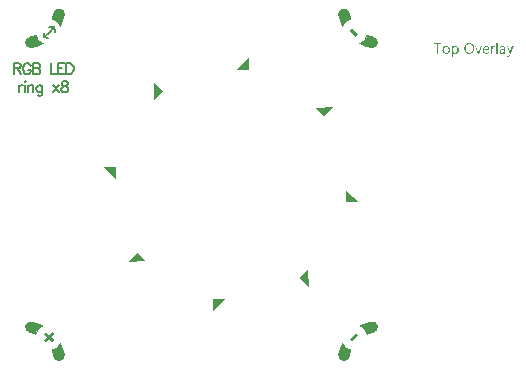
<source format=gto>
G04*
G04 #@! TF.GenerationSoftware,Altium Limited,Altium Designer,22.4.2 (48)*
G04*
G04 Layer_Color=65535*
%FSAX44Y44*%
%MOMM*%
G71*
G04*
G04 #@! TF.SameCoordinates,0DF53AF2-F480-4E1A-B95F-C2B51B741BF4*
G04*
G04*
G04 #@! TF.FilePolarity,Positive*
G04*
G01*
G75*
%ADD10C,0.1000*%
%ADD11C,0.2000*%
%ADD12C,0.1700*%
G36*
X-00158993Y-00119438D02*
X-00160170Y-00119831D01*
X-00162274Y-00121135D01*
X-00163878Y-00123020D01*
X-00164829Y-00125305D01*
X-00165029Y-00126530D01*
X-00165029Y-00126530D01*
X-00165271Y-00126429D01*
X-00165892Y-00126182D01*
X-00167153Y-00125737D01*
X-00168436Y-00125359D01*
X-00169736Y-00125049D01*
X-00170392Y-00124920D01*
X-00171268Y-00124734D01*
X-00172743Y-00123720D01*
X-00173718Y-00122218D01*
X-00174045Y-00120458D01*
X-00173672Y-00118707D01*
X-00172658Y-00117232D01*
X-00171157Y-00116257D01*
X-00169397Y-00115930D01*
X-00168521Y-00116116D01*
X-00168521Y-00116116D01*
X-00168740Y-00116073D01*
X-00167467Y-00116308D01*
X-00164963Y-00116967D01*
X-00162516Y-00117812D01*
X-00160139Y-00118838D01*
X-00158993Y-00119438D01*
X-00158993Y-00119438D01*
X-00158993Y-00119438D02*
G37*
G36*
X-00144438Y-00133993D02*
X-00144831Y-00135170D01*
X-00146135Y-00137274D01*
X-00148020Y-00138878D01*
X-00150305Y-00139829D01*
X-00151530Y-00140029D01*
X-00151530Y-00140029D01*
X-00151429Y-00140271D01*
X-00151182Y-00140892D01*
X-00150737Y-00142153D01*
X-00150359Y-00143436D01*
X-00150049Y-00144736D01*
X-00149920Y-00145393D01*
X-00149734Y-00146268D01*
X-00148720Y-00147743D01*
X-00147218Y-00148718D01*
X-00145458Y-00149045D01*
X-00143707Y-00148672D01*
X-00142232Y-00147658D01*
X-00141257Y-00146157D01*
X-00140930Y-00144397D01*
X-00141116Y-00143521D01*
X-00141116Y-00143521D01*
X-00141073Y-00143740D01*
X-00141307Y-00142467D01*
X-00141967Y-00139964D01*
X-00142812Y-00137516D01*
X-00143838Y-00135139D01*
X-00144438Y-00133993D01*
X-00144438Y-00133993D01*
X-00144438Y-00133993D02*
G37*
G36*
X-00079050Y-00057837D02*
X-00086828Y-00065615D01*
X-00071979Y-00064908D01*
X-00079050Y-00057837D01*
X-00079050Y-00057837D02*
G37*
G36*
X-00015000Y-00097000D02*
X-00015000Y-00108000D01*
X-00005000Y-00097000D01*
X-00015000Y-00097000D01*
X-00015000Y-00097000D02*
G37*
G36*
X-00097000Y00015000D02*
X-00108000Y00015000D01*
X-00097000Y00005000D01*
X-00097000Y00015000D01*
X-00097000Y00015000D02*
G37*
G36*
X-00057837Y00079050D02*
X-00065615Y00086828D01*
X-00064908Y00071979D01*
X-00057837Y00079050D01*
X-00057837Y00079050D02*
G37*
G36*
X-00158993Y00119440D02*
X-00160170Y00119833D01*
X-00162274Y00121137D01*
X-00163878Y00123022D01*
X-00164829Y00125307D01*
X-00165029Y00126532D01*
X-00165029Y00126532D01*
X-00165271Y00126431D01*
X-00165892Y00126184D01*
X-00167153Y00125739D01*
X-00168436Y00125361D01*
X-00169736Y00125051D01*
X-00170392Y00124921D01*
X-00170392Y00124921D01*
X-00171268Y00124735D01*
X-00172743Y00123721D01*
X-00173718Y00122220D01*
X-00174045Y00120460D01*
X-00173672Y00118709D01*
X-00172658Y00117233D01*
X-00171157Y00116258D01*
X-00169397Y00115932D01*
X-00168521Y00116118D01*
X-00168521Y00116118D01*
X-00168740Y00116074D01*
X-00167467Y00116309D01*
X-00164963Y00116968D01*
X-00162516Y00117813D01*
X-00160139Y00118839D01*
X-00158993Y00119440D01*
X-00158993Y00119440D01*
X-00158993Y00119440D02*
G37*
G36*
X-00144438Y00133990D02*
X-00144831Y00135168D01*
X-00146135Y00137271D01*
X-00148020Y00138875D01*
X-00150305Y00139827D01*
X-00151530Y00140026D01*
X-00151530Y00140027D01*
X-00151429Y00140268D01*
X-00151182Y00140889D01*
X-00150737Y00142150D01*
X-00150359Y00143433D01*
X-00150049Y00144734D01*
X-00149920Y00145390D01*
X-00149920Y00145390D01*
X-00149734Y00146265D01*
X-00148720Y00147741D01*
X-00147218Y00148716D01*
X-00145458Y00149042D01*
X-00143707Y00148670D01*
X-00142232Y00147656D01*
X-00141257Y00146154D01*
X-00140930Y00144394D01*
X-00141116Y00143519D01*
X-00141116Y00143519D01*
X-00141073Y00143737D01*
X-00141308Y00142465D01*
X-00141967Y00139961D01*
X-00142812Y00137514D01*
X-00143838Y00135137D01*
X-00144438Y00133990D01*
X-00144438Y00133990D01*
X-00144438Y00133990D02*
G37*
G36*
X00094440Y-00133993D02*
X00094833Y-00135170D01*
X00096137Y-00137274D01*
X00098022Y-00138878D01*
X00100307Y-00139829D01*
X00101532Y-00140029D01*
X00101532Y-00140029D01*
X00101431Y-00140271D01*
X00101184Y-00140892D01*
X00100739Y-00142153D01*
X00100361Y-00143436D01*
X00100051Y-00144736D01*
X00099921Y-00145392D01*
X00099735Y-00146268D01*
X00098721Y-00147743D01*
X00097220Y-00148718D01*
X00095460Y-00149045D01*
X00093709Y-00148672D01*
X00092233Y-00147658D01*
X00091258Y-00146157D01*
X00090932Y-00144397D01*
X00091118Y-00143521D01*
X00091118Y-00143521D01*
X00091074Y-00143740D01*
X00091309Y-00142467D01*
X00091968Y-00139963D01*
X00092813Y-00137516D01*
X00093839Y-00135139D01*
X00094440Y-00133993D01*
X00094440Y-00133993D01*
X00094440Y-00133993D02*
G37*
G36*
X00108990Y-00119438D02*
X00110168Y-00119831D01*
X00112272Y-00121135D01*
X00113876Y-00123020D01*
X00114828Y-00125305D01*
X00115028Y-00126530D01*
X00115028Y-00126530D01*
X00115268Y-00126429D01*
X00115889Y-00126182D01*
X00117150Y-00125737D01*
X00118433Y-00125359D01*
X00119734Y-00125049D01*
X00120390Y-00124920D01*
X00121265Y-00124733D01*
X00122741Y-00123719D01*
X00123715Y-00122218D01*
X00124042Y-00120457D01*
X00123669Y-00118706D01*
X00122655Y-00117231D01*
X00121153Y-00116256D01*
X00119393Y-00115930D01*
X00118517Y-00116116D01*
X00117273Y-00116354D01*
X00114827Y-00117010D01*
X00112436Y-00117844D01*
X00110112Y-00118851D01*
X00108990Y-00119438D01*
X00108990Y-00119438D01*
X00108990Y-00119438D02*
G37*
G36*
X00057837Y-00079050D02*
X00065615Y-00086828D01*
X00064908Y-00071979D01*
X00057837Y-00079050D01*
X00057837Y-00079050D02*
G37*
G36*
X00097000Y-00015000D02*
X00108000Y-00015000D01*
X00097000Y-00005000D01*
X00097000Y-00015000D01*
X00097000Y-00015000D02*
G37*
G36*
X00015000Y00097000D02*
X00015000Y00108000D01*
X00005000Y00097000D01*
X00015000Y00097000D01*
X00015000Y00097000D02*
G37*
G36*
X00079050Y00057837D02*
X00086828Y00065615D01*
X00071979Y00064908D01*
X00079050Y00057837D01*
X00079050Y00057837D02*
G37*
G36*
X00094440Y00133990D02*
X00094833Y00135168D01*
X00096137Y00137272D01*
X00098022Y00138876D01*
X00100307Y00139828D01*
X00101532Y00140028D01*
X00101532Y00140028D01*
X00101431Y00140268D01*
X00101184Y00140889D01*
X00100739Y00142150D01*
X00100361Y00143433D01*
X00100051Y00144734D01*
X00099921Y00145390D01*
X00099735Y00146265D01*
X00098721Y00147741D01*
X00097219Y00148715D01*
X00095459Y00149042D01*
X00093708Y00148669D01*
X00092233Y00147655D01*
X00091258Y00146153D01*
X00090932Y00144393D01*
X00091118Y00143517D01*
X00091355Y00142273D01*
X00092012Y00139827D01*
X00092846Y00137436D01*
X00093853Y00135112D01*
X00094440Y00133990D01*
X00094440Y00133990D01*
X00094440Y00133990D02*
G37*
G36*
X00108990Y00119440D02*
X00110168Y00119833D01*
X00112271Y00121137D01*
X00113875Y00123022D01*
X00114827Y00125307D01*
X00115026Y00126532D01*
X00115026Y00126532D01*
X00115268Y00126431D01*
X00115889Y00126184D01*
X00117150Y00125739D01*
X00118433Y00125361D01*
X00119734Y00125051D01*
X00120390Y00124921D01*
X00121265Y00124735D01*
X00122741Y00123721D01*
X00123716Y00122220D01*
X00124042Y00120460D01*
X00123670Y00118709D01*
X00122656Y00117233D01*
X00121154Y00116258D01*
X00119394Y00115932D01*
X00118519Y00116118D01*
X00118519Y00116118D01*
X00118737Y00116074D01*
X00117465Y00116309D01*
X00114961Y00116968D01*
X00112514Y00117813D01*
X00110137Y00118839D01*
X00108990Y00119440D01*
X00108990Y00119440D01*
X00108990Y00119440D02*
G37*
G36*
X-00153873Y-00127114D02*
X-00151180Y-00124421D01*
X-00149384Y-00126216D01*
X-00152077Y-00128909D01*
X-00149394Y-00131593D01*
X-00151189Y-00133389D01*
X-00153873Y-00130705D01*
X-00156584Y-00133416D01*
X-00158379Y-00131621D01*
X-00155668Y-00128909D01*
X-00158389Y-00126189D01*
X-00156593Y-00124394D01*
X-00153873Y-00127114D01*
X-00153873Y-00127114D02*
G37*
G36*
X00107483Y-00127517D02*
X00102517Y-00132483D01*
X00100515Y-00130480D01*
X00105480Y-00125515D01*
X00107483Y-00127517D01*
X00107483Y-00127517D02*
G37*
G36*
X00107483Y00127517D02*
X00105480Y00125515D01*
X00100515Y00130480D01*
X00102517Y00132483D01*
X00107483Y00127517D01*
X00107483Y00127517D02*
G37*
G36*
X00190295Y00117513D02*
X00190381Y00117505D01*
X00190483Y00117497D01*
X00190601Y00117473D01*
X00190735Y00117450D01*
X00190884Y00117410D01*
X00191033Y00117363D01*
X00191190Y00117308D01*
X00191347Y00117238D01*
X00191512Y00117159D01*
X00191669Y00117057D01*
X00191818Y00116939D01*
X00191967Y00116806D01*
X00192100Y00116657D01*
X00192108Y00116649D01*
X00192132Y00116618D01*
X00192163Y00116571D01*
X00192210Y00116500D01*
X00192257Y00116414D01*
X00192320Y00116312D01*
X00192383Y00116186D01*
X00192446Y00116053D01*
X00192508Y00115896D01*
X00192571Y00115723D01*
X00192634Y00115535D01*
X00192681Y00115331D01*
X00192728Y00115111D01*
X00192759Y00114875D01*
X00192783Y00114624D01*
X00192791Y00114365D01*
X00192791Y00114357D01*
X00192791Y00114349D01*
X00192791Y00114326D01*
X00192791Y00114295D01*
X00192783Y00114208D01*
X00192775Y00114098D01*
X00192767Y00113965D01*
X00192752Y00113808D01*
X00192728Y00113635D01*
X00192697Y00113447D01*
X00192650Y00113251D01*
X00192603Y00113039D01*
X00192540Y00112827D01*
X00192461Y00112615D01*
X00192375Y00112403D01*
X00192273Y00112191D01*
X00192147Y00111995D01*
X00192014Y00111807D01*
X00192006Y00111799D01*
X00191975Y00111767D01*
X00191935Y00111720D01*
X00191873Y00111657D01*
X00191794Y00111587D01*
X00191700Y00111501D01*
X00191582Y00111414D01*
X00191457Y00111328D01*
X00191315Y00111242D01*
X00191151Y00111155D01*
X00190978Y00111069D01*
X00190790Y00110998D01*
X00190585Y00110935D01*
X00190366Y00110888D01*
X00190130Y00110857D01*
X00189887Y00110849D01*
X00189832Y00110849D01*
X00189769Y00110857D01*
X00189683Y00110865D01*
X00189581Y00110880D01*
X00189463Y00110904D01*
X00189330Y00110935D01*
X00189181Y00110983D01*
X00189031Y00111037D01*
X00188874Y00111108D01*
X00188717Y00111194D01*
X00188553Y00111296D01*
X00188396Y00111422D01*
X00188247Y00111563D01*
X00188105Y00111728D01*
X00187972Y00111916D01*
X00187948Y00111916D01*
X00187948Y00108071D01*
X00186928Y00108071D01*
X00186928Y00117371D01*
X00187948Y00117371D01*
X00187948Y00116249D01*
X00187972Y00116249D01*
X00187980Y00116265D01*
X00188011Y00116304D01*
X00188050Y00116367D01*
X00188113Y00116445D01*
X00188192Y00116547D01*
X00188286Y00116649D01*
X00188404Y00116767D01*
X00188529Y00116885D01*
X00188678Y00117002D01*
X00188843Y00117120D01*
X00189024Y00117222D01*
X00189220Y00117324D01*
X00189432Y00117403D01*
X00189667Y00117465D01*
X00189911Y00117505D01*
X00190177Y00117520D01*
X00190232Y00117520D01*
X00190295Y00117513D01*
X00190295Y00117513D02*
G37*
G36*
X00223149Y00117473D02*
X00223236Y00117473D01*
X00223330Y00117458D01*
X00223432Y00117442D01*
X00223534Y00117426D01*
X00223620Y00117395D01*
X00223620Y00116335D01*
X00223605Y00116343D01*
X00223573Y00116367D01*
X00223510Y00116398D01*
X00223424Y00116437D01*
X00223306Y00116476D01*
X00223181Y00116508D01*
X00223024Y00116531D01*
X00222843Y00116539D01*
X00222780Y00116539D01*
X00222733Y00116531D01*
X00222678Y00116524D01*
X00222616Y00116508D01*
X00222467Y00116461D01*
X00222380Y00116429D01*
X00222294Y00116390D01*
X00222200Y00116335D01*
X00222105Y00116280D01*
X00222019Y00116210D01*
X00221925Y00116123D01*
X00221839Y00116029D01*
X00221752Y00115919D01*
X00221744Y00115911D01*
X00221737Y00115888D01*
X00221713Y00115856D01*
X00221682Y00115809D01*
X00221650Y00115747D01*
X00221611Y00115668D01*
X00221572Y00115582D01*
X00221532Y00115480D01*
X00221493Y00115370D01*
X00221454Y00115244D01*
X00221415Y00115103D01*
X00221383Y00114954D01*
X00221352Y00114789D01*
X00221328Y00114616D01*
X00221321Y00114436D01*
X00221313Y00114240D01*
X00221313Y00110998D01*
X00220292Y00110998D01*
X00220292Y00117371D01*
X00221313Y00117371D01*
X00221313Y00116053D01*
X00221336Y00116053D01*
X00221336Y00116060D01*
X00221344Y00116084D01*
X00221360Y00116115D01*
X00221376Y00116163D01*
X00221399Y00116217D01*
X00221430Y00116288D01*
X00221501Y00116437D01*
X00221595Y00116610D01*
X00221713Y00116783D01*
X00221846Y00116947D01*
X00222003Y00117104D01*
X00222011Y00117112D01*
X00222027Y00117120D01*
X00222050Y00117136D01*
X00222082Y00117167D01*
X00222121Y00117191D01*
X00222176Y00117222D01*
X00222294Y00117293D01*
X00222443Y00117363D01*
X00222616Y00117426D01*
X00222804Y00117465D01*
X00222906Y00117473D01*
X00223008Y00117481D01*
X00223071Y00117481D01*
X00223149Y00117473D01*
X00223149Y00117473D02*
G37*
G36*
X00236437Y00109978D02*
X00236437Y00109970D01*
X00236429Y00109954D01*
X00236413Y00109931D01*
X00236398Y00109892D01*
X00236382Y00109844D01*
X00236359Y00109797D01*
X00236296Y00109672D01*
X00236209Y00109523D01*
X00236115Y00109350D01*
X00235998Y00109177D01*
X00235864Y00108989D01*
X00235715Y00108808D01*
X00235550Y00108628D01*
X00235370Y00108455D01*
X00235173Y00108306D01*
X00234961Y00108181D01*
X00234852Y00108133D01*
X00234734Y00108086D01*
X00234616Y00108047D01*
X00234491Y00108024D01*
X00234365Y00108008D01*
X00234231Y00108000D01*
X00234169Y00108000D01*
X00234090Y00108008D01*
X00233996Y00108008D01*
X00233894Y00108024D01*
X00233784Y00108039D01*
X00233666Y00108055D01*
X00233564Y00108086D01*
X00233564Y00108997D01*
X00233580Y00108989D01*
X00233619Y00108981D01*
X00233682Y00108965D01*
X00233761Y00108942D01*
X00233855Y00108918D01*
X00233957Y00108903D01*
X00234067Y00108895D01*
X00234169Y00108887D01*
X00234200Y00108887D01*
X00234239Y00108895D01*
X00234294Y00108903D01*
X00234357Y00108918D01*
X00234436Y00108934D01*
X00234514Y00108965D01*
X00234608Y00109005D01*
X00234695Y00109052D01*
X00234797Y00109115D01*
X00234891Y00109185D01*
X00234985Y00109271D01*
X00235079Y00109381D01*
X00235173Y00109499D01*
X00235252Y00109640D01*
X00235330Y00109805D01*
X00235840Y00111006D01*
X00233353Y00117371D01*
X00234483Y00117371D01*
X00236209Y00112466D01*
X00236209Y00112458D01*
X00236217Y00112442D01*
X00236225Y00112419D01*
X00236241Y00112372D01*
X00236257Y00112309D01*
X00236272Y00112222D01*
X00236304Y00112113D01*
X00236335Y00111979D01*
X00236374Y00111979D01*
X00236374Y00111987D01*
X00236382Y00112011D01*
X00236390Y00112042D01*
X00236406Y00112097D01*
X00236421Y00112160D01*
X00236437Y00112238D01*
X00236468Y00112340D01*
X00236500Y00112450D01*
X00238313Y00117371D01*
X00239364Y00117371D01*
X00236437Y00109978D01*
X00236437Y00109978D02*
G37*
G36*
X00209995Y00110998D02*
X00208990Y00110998D01*
X00206581Y00117371D01*
X00207695Y00117371D01*
X00209320Y00112740D01*
X00209320Y00112733D01*
X00209328Y00112717D01*
X00209336Y00112693D01*
X00209352Y00112654D01*
X00209367Y00112607D01*
X00209383Y00112560D01*
X00209414Y00112434D01*
X00209454Y00112301D01*
X00209493Y00112152D01*
X00209516Y00111995D01*
X00209540Y00111846D01*
X00209563Y00111846D01*
X00209563Y00111854D01*
X00209563Y00111869D01*
X00209571Y00111893D01*
X00209579Y00111924D01*
X00209579Y00111971D01*
X00209595Y00112018D01*
X00209611Y00112136D01*
X00209642Y00112270D01*
X00209673Y00112411D01*
X00209720Y00112560D01*
X00209767Y00112709D01*
X00211455Y00117371D01*
X00212530Y00117371D01*
X00209995Y00110998D01*
X00209995Y00110998D02*
G37*
G36*
X00230221Y00117513D02*
X00230276Y00117513D01*
X00230331Y00117505D01*
X00230401Y00117497D01*
X00230480Y00117481D01*
X00230645Y00117450D01*
X00230841Y00117395D01*
X00231037Y00117324D01*
X00231249Y00117222D01*
X00231461Y00117097D01*
X00231563Y00117026D01*
X00231665Y00116939D01*
X00231759Y00116845D01*
X00231853Y00116751D01*
X00231940Y00116641D01*
X00232018Y00116516D01*
X00232097Y00116390D01*
X00232167Y00116249D01*
X00232222Y00116092D01*
X00232277Y00115927D01*
X00232316Y00115754D01*
X00232348Y00115558D01*
X00232364Y00115362D01*
X00232371Y00115142D01*
X00232371Y00110998D01*
X00231351Y00110998D01*
X00231351Y00111987D01*
X00231328Y00111987D01*
X00231320Y00111971D01*
X00231296Y00111940D01*
X00231257Y00111885D01*
X00231202Y00111807D01*
X00231131Y00111720D01*
X00231045Y00111626D01*
X00230951Y00111524D01*
X00230833Y00111422D01*
X00230700Y00111312D01*
X00230558Y00111210D01*
X00230394Y00111116D01*
X00230221Y00111030D01*
X00230025Y00110951D01*
X00229821Y00110896D01*
X00229601Y00110865D01*
X00229365Y00110849D01*
X00229271Y00110849D01*
X00229208Y00110857D01*
X00229130Y00110865D01*
X00229036Y00110873D01*
X00228934Y00110888D01*
X00228824Y00110912D01*
X00228580Y00110975D01*
X00228463Y00111014D01*
X00228337Y00111061D01*
X00228212Y00111116D01*
X00228094Y00111187D01*
X00227984Y00111265D01*
X00227874Y00111351D01*
X00227866Y00111359D01*
X00227851Y00111375D01*
X00227827Y00111406D01*
X00227788Y00111446D01*
X00227749Y00111493D01*
X00227709Y00111555D01*
X00227654Y00111626D01*
X00227607Y00111705D01*
X00227560Y00111799D01*
X00227513Y00111901D01*
X00227466Y00112011D01*
X00227427Y00112128D01*
X00227388Y00112254D01*
X00227364Y00112387D01*
X00227348Y00112536D01*
X00227341Y00112686D01*
X00227341Y00112693D01*
X00227341Y00112709D01*
X00227341Y00112733D01*
X00227348Y00112764D01*
X00227348Y00112803D01*
X00227356Y00112850D01*
X00227372Y00112968D01*
X00227403Y00113109D01*
X00227450Y00113266D01*
X00227513Y00113439D01*
X00227607Y00113620D01*
X00227717Y00113800D01*
X00227851Y00113981D01*
X00227937Y00114067D01*
X00228023Y00114153D01*
X00228125Y00114240D01*
X00228227Y00114318D01*
X00228345Y00114397D01*
X00228471Y00114467D01*
X00228604Y00114530D01*
X00228753Y00114593D01*
X00228910Y00114648D01*
X00229075Y00114695D01*
X00229256Y00114734D01*
X00229444Y00114766D01*
X00231351Y00115032D01*
X00231351Y00115040D01*
X00231351Y00115048D01*
X00231351Y00115072D01*
X00231351Y00115103D01*
X00231343Y00115182D01*
X00231328Y00115283D01*
X00231312Y00115409D01*
X00231280Y00115550D01*
X00231241Y00115692D01*
X00231186Y00115849D01*
X00231116Y00115998D01*
X00231029Y00116147D01*
X00230927Y00116280D01*
X00230802Y00116406D01*
X00230645Y00116508D01*
X00230472Y00116586D01*
X00230378Y00116618D01*
X00230268Y00116641D01*
X00230158Y00116649D01*
X00230040Y00116657D01*
X00229985Y00116657D01*
X00229930Y00116649D01*
X00229844Y00116641D01*
X00229742Y00116633D01*
X00229624Y00116618D01*
X00229491Y00116594D01*
X00229350Y00116563D01*
X00229193Y00116516D01*
X00229028Y00116469D01*
X00228855Y00116406D01*
X00228675Y00116327D01*
X00228494Y00116233D01*
X00228314Y00116131D01*
X00228133Y00116013D01*
X00227960Y00115872D01*
X00227960Y00116916D01*
X00227968Y00116924D01*
X00228000Y00116939D01*
X00228055Y00116971D01*
X00228125Y00117010D01*
X00228220Y00117057D01*
X00228321Y00117104D01*
X00228447Y00117159D01*
X00228588Y00117222D01*
X00228738Y00117277D01*
X00228902Y00117332D01*
X00229083Y00117379D01*
X00229271Y00117426D01*
X00229475Y00117465D01*
X00229679Y00117497D01*
X00229899Y00117513D01*
X00230127Y00117520D01*
X00230182Y00117520D01*
X00230221Y00117513D01*
X00230221Y00117513D02*
G37*
G36*
X00225747Y00110998D02*
X00224727Y00110998D01*
X00224727Y00120432D01*
X00225747Y00120432D01*
X00225747Y00110998D01*
X00225747Y00110998D02*
G37*
G36*
X00178193Y00118972D02*
X00175618Y00118972D01*
X00175618Y00110998D01*
X00174574Y00110998D01*
X00174574Y00118972D01*
X00172000Y00118972D01*
X00172000Y00119922D01*
X00178193Y00119922D01*
X00178193Y00118972D01*
X00178193Y00118972D02*
G37*
G36*
X00216250Y00117513D02*
X00216337Y00117505D01*
X00216447Y00117497D01*
X00216564Y00117481D01*
X00216698Y00117450D01*
X00216839Y00117418D01*
X00216996Y00117379D01*
X00217153Y00117324D01*
X00217310Y00117254D01*
X00217475Y00117175D01*
X00217632Y00117081D01*
X00217781Y00116971D01*
X00217930Y00116845D01*
X00218063Y00116704D01*
X00218071Y00116696D01*
X00218095Y00116665D01*
X00218126Y00116618D01*
X00218173Y00116555D01*
X00218220Y00116476D01*
X00218283Y00116374D01*
X00218346Y00116257D01*
X00218409Y00116123D01*
X00218472Y00115966D01*
X00218534Y00115801D01*
X00218597Y00115613D01*
X00218644Y00115417D01*
X00218691Y00115197D01*
X00218723Y00114970D01*
X00218746Y00114718D01*
X00218754Y00114459D01*
X00218754Y00113926D01*
X00214249Y00113926D01*
X00214249Y00113910D01*
X00214249Y00113879D01*
X00214257Y00113824D01*
X00214265Y00113753D01*
X00214272Y00113659D01*
X00214288Y00113557D01*
X00214304Y00113447D01*
X00214335Y00113321D01*
X00214406Y00113055D01*
X00214453Y00112921D01*
X00214508Y00112780D01*
X00214571Y00112646D01*
X00214641Y00112513D01*
X00214728Y00112395D01*
X00214822Y00112277D01*
X00214830Y00112270D01*
X00214846Y00112254D01*
X00214877Y00112222D01*
X00214924Y00112191D01*
X00214979Y00112144D01*
X00215050Y00112097D01*
X00215128Y00112042D01*
X00215214Y00111995D01*
X00215316Y00111940D01*
X00215434Y00111885D01*
X00215552Y00111838D01*
X00215693Y00111791D01*
X00215834Y00111760D01*
X00215991Y00111728D01*
X00216156Y00111712D01*
X00216329Y00111705D01*
X00216376Y00111705D01*
X00216431Y00111712D01*
X00216509Y00111712D01*
X00216604Y00111728D01*
X00216714Y00111744D01*
X00216839Y00111767D01*
X00216980Y00111791D01*
X00217129Y00111830D01*
X00217286Y00111877D01*
X00217451Y00111932D01*
X00217616Y00112003D01*
X00217789Y00112081D01*
X00217961Y00112175D01*
X00218134Y00112285D01*
X00218307Y00112411D01*
X00218307Y00111453D01*
X00218299Y00111446D01*
X00218267Y00111430D01*
X00218220Y00111398D01*
X00218158Y00111359D01*
X00218071Y00111312D01*
X00217969Y00111265D01*
X00217852Y00111210D01*
X00217718Y00111155D01*
X00217561Y00111092D01*
X00217396Y00111037D01*
X00217216Y00110990D01*
X00217020Y00110943D01*
X00216808Y00110904D01*
X00216580Y00110873D01*
X00216337Y00110857D01*
X00216086Y00110849D01*
X00216023Y00110849D01*
X00215960Y00110857D01*
X00215866Y00110865D01*
X00215748Y00110873D01*
X00215615Y00110896D01*
X00215473Y00110920D01*
X00215316Y00110959D01*
X00215152Y00111006D01*
X00214979Y00111061D01*
X00214798Y00111132D01*
X00214626Y00111210D01*
X00214445Y00111312D01*
X00214280Y00111430D01*
X00214116Y00111563D01*
X00213967Y00111712D01*
X00213959Y00111720D01*
X00213935Y00111752D01*
X00213896Y00111807D01*
X00213849Y00111877D01*
X00213786Y00111964D01*
X00213723Y00112073D01*
X00213652Y00112199D01*
X00213582Y00112348D01*
X00213511Y00112505D01*
X00213441Y00112693D01*
X00213378Y00112890D01*
X00213315Y00113109D01*
X00213268Y00113345D01*
X00213229Y00113596D01*
X00213205Y00113871D01*
X00213197Y00114153D01*
X00213197Y00114161D01*
X00213197Y00114169D01*
X00213197Y00114192D01*
X00213197Y00114216D01*
X00213205Y00114295D01*
X00213213Y00114404D01*
X00213221Y00114530D01*
X00213244Y00114671D01*
X00213268Y00114836D01*
X00213299Y00115017D01*
X00213346Y00115205D01*
X00213401Y00115401D01*
X00213472Y00115605D01*
X00213550Y00115809D01*
X00213645Y00116006D01*
X00213762Y00116210D01*
X00213888Y00116398D01*
X00214037Y00116579D01*
X00214045Y00116586D01*
X00214076Y00116618D01*
X00214123Y00116665D01*
X00214186Y00116728D01*
X00214272Y00116798D01*
X00214375Y00116877D01*
X00214485Y00116963D01*
X00214618Y00117049D01*
X00214759Y00117136D01*
X00214924Y00117222D01*
X00215097Y00117301D01*
X00215277Y00117371D01*
X00215473Y00117434D01*
X00215685Y00117481D01*
X00215905Y00117513D01*
X00216133Y00117520D01*
X00216188Y00117520D01*
X00216250Y00117513D01*
X00216250Y00117513D02*
G37*
G36*
X00201927Y00120063D02*
X00201982Y00120063D01*
X00202037Y00120055D01*
X00202107Y00120055D01*
X00202264Y00120032D01*
X00202445Y00120008D01*
X00202649Y00119969D01*
X00202868Y00119914D01*
X00203096Y00119851D01*
X00203339Y00119765D01*
X00203583Y00119663D01*
X00203834Y00119545D01*
X00204085Y00119404D01*
X00204321Y00119239D01*
X00204556Y00119043D01*
X00204776Y00118823D01*
X00204791Y00118807D01*
X00204823Y00118768D01*
X00204878Y00118698D01*
X00204956Y00118596D01*
X00205035Y00118470D01*
X00205137Y00118321D01*
X00205239Y00118148D01*
X00205341Y00117952D01*
X00205443Y00117724D01*
X00205545Y00117481D01*
X00205647Y00117214D01*
X00205733Y00116924D01*
X00205804Y00116610D01*
X00205859Y00116280D01*
X00205890Y00115935D01*
X00205906Y00115566D01*
X00205906Y00115558D01*
X00205906Y00115542D01*
X00205906Y00115511D01*
X00205906Y00115472D01*
X00205898Y00115417D01*
X00205898Y00115354D01*
X00205890Y00115283D01*
X00205890Y00115205D01*
X00205882Y00115119D01*
X00205875Y00115024D01*
X00205843Y00114813D01*
X00205812Y00114569D01*
X00205765Y00114318D01*
X00205702Y00114043D01*
X00205623Y00113761D01*
X00205529Y00113478D01*
X00205419Y00113188D01*
X00205286Y00112905D01*
X00205129Y00112623D01*
X00204948Y00112364D01*
X00204744Y00112113D01*
X00204729Y00112097D01*
X00204689Y00112058D01*
X00204627Y00111995D01*
X00204532Y00111916D01*
X00204415Y00111822D01*
X00204273Y00111712D01*
X00204116Y00111602D01*
X00203928Y00111485D01*
X00203716Y00111367D01*
X00203481Y00111249D01*
X00203230Y00111139D01*
X00202955Y00111045D01*
X00202657Y00110967D01*
X00202343Y00110904D01*
X00202005Y00110865D01*
X00201652Y00110849D01*
X00201566Y00110849D01*
X00201526Y00110857D01*
X00201472Y00110857D01*
X00201409Y00110865D01*
X00201338Y00110873D01*
X00201173Y00110888D01*
X00200993Y00110912D01*
X00200781Y00110951D01*
X00200561Y00111006D01*
X00200318Y00111069D01*
X00200074Y00111155D01*
X00199823Y00111257D01*
X00199564Y00111375D01*
X00199313Y00111516D01*
X00199070Y00111689D01*
X00198827Y00111877D01*
X00198607Y00112097D01*
X00198591Y00112113D01*
X00198560Y00112152D01*
X00198505Y00112222D01*
X00198426Y00112325D01*
X00198340Y00112450D01*
X00198246Y00112599D01*
X00198144Y00112772D01*
X00198042Y00112976D01*
X00197932Y00113196D01*
X00197830Y00113439D01*
X00197736Y00113706D01*
X00197649Y00113996D01*
X00197571Y00114310D01*
X00197516Y00114640D01*
X00197484Y00114985D01*
X00197469Y00115354D01*
X00197469Y00115362D01*
X00197469Y00115378D01*
X00197469Y00115409D01*
X00197469Y00115448D01*
X00197477Y00115503D01*
X00197477Y00115558D01*
X00197484Y00115629D01*
X00197484Y00115707D01*
X00197492Y00115794D01*
X00197508Y00115896D01*
X00197532Y00116100D01*
X00197563Y00116335D01*
X00197618Y00116586D01*
X00197673Y00116861D01*
X00197751Y00117136D01*
X00197845Y00117418D01*
X00197955Y00117709D01*
X00198089Y00117991D01*
X00198246Y00118266D01*
X00198426Y00118533D01*
X00198630Y00118784D01*
X00198646Y00118800D01*
X00198685Y00118839D01*
X00198748Y00118902D01*
X00198842Y00118988D01*
X00198960Y00119082D01*
X00199109Y00119192D01*
X00199274Y00119310D01*
X00199462Y00119427D01*
X00199682Y00119545D01*
X00199918Y00119663D01*
X00200177Y00119773D01*
X00200459Y00119867D01*
X00200765Y00119953D01*
X00201087Y00120016D01*
X00201432Y00120055D01*
X00201801Y00120071D01*
X00201880Y00120071D01*
X00201927Y00120063D01*
X00201927Y00120063D02*
G37*
G36*
X00182407Y00117513D02*
X00182509Y00117505D01*
X00182627Y00117497D01*
X00182768Y00117473D01*
X00182917Y00117450D01*
X00183082Y00117410D01*
X00183263Y00117363D01*
X00183443Y00117308D01*
X00183624Y00117238D01*
X00183812Y00117151D01*
X00183993Y00117049D01*
X00184173Y00116932D01*
X00184338Y00116798D01*
X00184495Y00116641D01*
X00184503Y00116633D01*
X00184526Y00116602D01*
X00184566Y00116547D01*
X00184620Y00116476D01*
X00184683Y00116390D01*
X00184746Y00116280D01*
X00184825Y00116155D01*
X00184895Y00116006D01*
X00184974Y00115841D01*
X00185044Y00115660D01*
X00185107Y00115464D01*
X00185170Y00115244D01*
X00185225Y00115009D01*
X00185264Y00114758D01*
X00185288Y00114491D01*
X00185296Y00114208D01*
X00185296Y00114200D01*
X00185296Y00114192D01*
X00185296Y00114169D01*
X00185296Y00114138D01*
X00185288Y00114059D01*
X00185280Y00113957D01*
X00185272Y00113824D01*
X00185248Y00113674D01*
X00185225Y00113510D01*
X00185186Y00113329D01*
X00185138Y00113141D01*
X00185084Y00112937D01*
X00185013Y00112733D01*
X00184935Y00112529D01*
X00184832Y00112325D01*
X00184715Y00112128D01*
X00184581Y00111940D01*
X00184432Y00111760D01*
X00184424Y00111752D01*
X00184393Y00111720D01*
X00184346Y00111673D01*
X00184275Y00111618D01*
X00184189Y00111548D01*
X00184087Y00111469D01*
X00183961Y00111391D01*
X00183820Y00111304D01*
X00183663Y00111218D01*
X00183490Y00111139D01*
X00183302Y00111061D01*
X00183098Y00110990D01*
X00182870Y00110935D01*
X00182635Y00110888D01*
X00182391Y00110857D01*
X00182125Y00110849D01*
X00182062Y00110849D01*
X00181991Y00110857D01*
X00181889Y00110865D01*
X00181772Y00110873D01*
X00181630Y00110896D01*
X00181481Y00110920D01*
X00181316Y00110959D01*
X00181136Y00111006D01*
X00180955Y00111069D01*
X00180767Y00111139D01*
X00180578Y00111226D01*
X00180390Y00111328D01*
X00180202Y00111446D01*
X00180029Y00111579D01*
X00179864Y00111736D01*
X00179856Y00111744D01*
X00179825Y00111775D01*
X00179786Y00111830D01*
X00179731Y00111901D01*
X00179668Y00111987D01*
X00179597Y00112097D01*
X00179527Y00112222D01*
X00179448Y00112372D01*
X00179370Y00112529D01*
X00179291Y00112709D01*
X00179221Y00112905D01*
X00179158Y00113117D01*
X00179103Y00113337D01*
X00179064Y00113580D01*
X00179032Y00113839D01*
X00179025Y00114106D01*
X00179025Y00114114D01*
X00179025Y00114122D01*
X00179025Y00114145D01*
X00179025Y00114177D01*
X00179032Y00114263D01*
X00179040Y00114373D01*
X00179048Y00114507D01*
X00179072Y00114663D01*
X00179095Y00114836D01*
X00179134Y00115024D01*
X00179181Y00115221D01*
X00179236Y00115425D01*
X00179307Y00115637D01*
X00179393Y00115849D01*
X00179495Y00116053D01*
X00179605Y00116249D01*
X00179739Y00116437D01*
X00179896Y00116618D01*
X00179904Y00116626D01*
X00179935Y00116657D01*
X00179990Y00116704D01*
X00180061Y00116759D01*
X00180147Y00116830D01*
X00180257Y00116900D01*
X00180382Y00116987D01*
X00180524Y00117073D01*
X00180681Y00117151D01*
X00180861Y00117238D01*
X00181057Y00117308D01*
X00181269Y00117379D01*
X00181497Y00117434D01*
X00181740Y00117481D01*
X00181999Y00117513D01*
X00182274Y00117520D01*
X00182337Y00117520D01*
X00182407Y00117513D01*
X00182407Y00117513D02*
G37*
%LPC*%
G36*
X00189926Y00116657D02*
X00189840Y00116657D01*
X00189777Y00116649D01*
X00189699Y00116641D01*
X00189612Y00116626D01*
X00189518Y00116602D01*
X00189408Y00116579D01*
X00189298Y00116547D01*
X00189181Y00116508D01*
X00189063Y00116453D01*
X00188945Y00116398D01*
X00188827Y00116327D01*
X00188710Y00116241D01*
X00188592Y00116147D01*
X00188490Y00116037D01*
X00188482Y00116029D01*
X00188466Y00116006D01*
X00188443Y00115974D01*
X00188404Y00115927D01*
X00188364Y00115864D01*
X00188317Y00115794D01*
X00188270Y00115707D01*
X00188223Y00115613D01*
X00188168Y00115503D01*
X00188121Y00115386D01*
X00188074Y00115260D01*
X00188035Y00115119D01*
X00187995Y00114970D01*
X00187972Y00114820D01*
X00187956Y00114656D01*
X00187948Y00114483D01*
X00187948Y00113596D01*
X00187948Y00113588D01*
X00187948Y00113565D01*
X00187948Y00113518D01*
X00187956Y00113463D01*
X00187964Y00113392D01*
X00187972Y00113314D01*
X00187988Y00113227D01*
X00188011Y00113133D01*
X00188074Y00112921D01*
X00188113Y00112811D01*
X00188160Y00112693D01*
X00188223Y00112584D01*
X00188294Y00112466D01*
X00188372Y00112356D01*
X00188458Y00112254D01*
X00188466Y00112246D01*
X00188482Y00112230D01*
X00188513Y00112207D01*
X00188553Y00112168D01*
X00188600Y00112128D01*
X00188663Y00112081D01*
X00188733Y00112034D01*
X00188820Y00111979D01*
X00188906Y00111932D01*
X00189008Y00111877D01*
X00189118Y00111830D01*
X00189228Y00111791D01*
X00189353Y00111752D01*
X00189487Y00111728D01*
X00189628Y00111712D01*
X00189769Y00111705D01*
X00189809Y00111705D01*
X00189856Y00111712D01*
X00189926Y00111712D01*
X00189997Y00111728D01*
X00190091Y00111744D01*
X00190193Y00111767D01*
X00190295Y00111791D01*
X00190413Y00111830D01*
X00190530Y00111877D01*
X00190648Y00111932D01*
X00190774Y00112003D01*
X00190892Y00112081D01*
X00191009Y00112175D01*
X00191119Y00112285D01*
X00191221Y00112411D01*
X00191229Y00112419D01*
X00191245Y00112442D01*
X00191268Y00112481D01*
X00191308Y00112544D01*
X00191347Y00112615D01*
X00191386Y00112701D01*
X00191433Y00112811D01*
X00191488Y00112929D01*
X00191535Y00113062D01*
X00191582Y00113211D01*
X00191621Y00113368D01*
X00191669Y00113549D01*
X00191700Y00113737D01*
X00191723Y00113941D01*
X00191739Y00114161D01*
X00191747Y00114389D01*
X00191747Y00114404D01*
X00191747Y00114436D01*
X00191747Y00114491D01*
X00191739Y00114561D01*
X00191731Y00114656D01*
X00191723Y00114758D01*
X00191708Y00114867D01*
X00191684Y00114993D01*
X00191629Y00115260D01*
X00191590Y00115401D01*
X00191535Y00115535D01*
X00191480Y00115676D01*
X00191417Y00115809D01*
X00191339Y00115935D01*
X00191253Y00116053D01*
X00191245Y00116060D01*
X00191229Y00116076D01*
X00191206Y00116108D01*
X00191166Y00116147D01*
X00191111Y00116194D01*
X00191056Y00116241D01*
X00190986Y00116296D01*
X00190907Y00116359D01*
X00190813Y00116414D01*
X00190719Y00116469D01*
X00190609Y00116516D01*
X00190491Y00116563D01*
X00190358Y00116602D01*
X00190224Y00116633D01*
X00190083Y00116649D01*
X00189926Y00116657D01*
X00189926Y00116657D02*
G37*
G36*
X00231351Y00114216D02*
X00229813Y00114004D01*
X00229805Y00114004D01*
X00229781Y00113996D01*
X00229742Y00113996D01*
X00229695Y00113989D01*
X00229640Y00113973D01*
X00229569Y00113957D01*
X00229412Y00113926D01*
X00229240Y00113879D01*
X00229067Y00113816D01*
X00228895Y00113737D01*
X00228816Y00113698D01*
X00228745Y00113651D01*
X00228730Y00113635D01*
X00228690Y00113604D01*
X00228628Y00113541D01*
X00228565Y00113447D01*
X00228502Y00113321D01*
X00228471Y00113251D01*
X00228439Y00113172D01*
X00228416Y00113086D01*
X00228400Y00112984D01*
X00228392Y00112882D01*
X00228384Y00112764D01*
X00228384Y00112756D01*
X00228384Y00112740D01*
X00228384Y00112717D01*
X00228392Y00112686D01*
X00228400Y00112599D01*
X00228424Y00112489D01*
X00228463Y00112372D01*
X00228526Y00112238D01*
X00228604Y00112113D01*
X00228714Y00111995D01*
X00228722Y00111995D01*
X00228730Y00111979D01*
X00228777Y00111948D01*
X00228847Y00111901D01*
X00228949Y00111854D01*
X00229083Y00111799D01*
X00229232Y00111752D01*
X00229412Y00111720D01*
X00229609Y00111705D01*
X00229679Y00111705D01*
X00229734Y00111712D01*
X00229797Y00111720D01*
X00229876Y00111736D01*
X00229954Y00111752D01*
X00230048Y00111775D01*
X00230244Y00111838D01*
X00230347Y00111877D01*
X00230456Y00111932D01*
X00230558Y00111995D01*
X00230660Y00112066D01*
X00230763Y00112144D01*
X00230857Y00112238D01*
X00230865Y00112246D01*
X00230880Y00112262D01*
X00230904Y00112293D01*
X00230935Y00112332D01*
X00230974Y00112387D01*
X00231014Y00112450D01*
X00231061Y00112521D01*
X00231108Y00112607D01*
X00231147Y00112701D01*
X00231194Y00112803D01*
X00231233Y00112913D01*
X00231273Y00113031D01*
X00231304Y00113156D01*
X00231328Y00113290D01*
X00231343Y00113431D01*
X00231351Y00113580D01*
X00231351Y00114216D01*
X00231351Y00114216D02*
G37*
G36*
X00216117Y00116657D02*
X00216046Y00116657D01*
X00215999Y00116649D01*
X00215936Y00116641D01*
X00215858Y00116633D01*
X00215779Y00116618D01*
X00215693Y00116594D01*
X00215497Y00116531D01*
X00215395Y00116492D01*
X00215293Y00116437D01*
X00215191Y00116382D01*
X00215081Y00116312D01*
X00214987Y00116233D01*
X00214885Y00116139D01*
X00214877Y00116131D01*
X00214861Y00116115D01*
X00214838Y00116084D01*
X00214806Y00116045D01*
X00214767Y00115990D01*
X00214720Y00115935D01*
X00214673Y00115856D01*
X00214618Y00115778D01*
X00214563Y00115684D01*
X00214516Y00115582D01*
X00214461Y00115472D01*
X00214414Y00115354D01*
X00214367Y00115221D01*
X00214328Y00115087D01*
X00214288Y00114938D01*
X00214265Y00114789D01*
X00217710Y00114789D01*
X00217710Y00114797D01*
X00217710Y00114828D01*
X00217710Y00114875D01*
X00217702Y00114938D01*
X00217694Y00115009D01*
X00217687Y00115095D01*
X00217671Y00115189D01*
X00217655Y00115291D01*
X00217600Y00115511D01*
X00217522Y00115747D01*
X00217475Y00115856D01*
X00217420Y00115966D01*
X00217357Y00116068D01*
X00217279Y00116163D01*
X00217271Y00116170D01*
X00217263Y00116186D01*
X00217239Y00116210D01*
X00217200Y00116241D01*
X00217161Y00116280D01*
X00217106Y00116320D01*
X00217051Y00116367D01*
X00216980Y00116414D01*
X00216902Y00116453D01*
X00216815Y00116500D01*
X00216714Y00116539D01*
X00216611Y00116579D01*
X00216502Y00116610D01*
X00216384Y00116633D01*
X00216250Y00116649D01*
X00216117Y00116657D01*
X00216117Y00116657D02*
G37*
G36*
X00201723Y00119122D02*
X00201660Y00119122D01*
X00201589Y00119114D01*
X00201487Y00119106D01*
X00201369Y00119090D01*
X00201228Y00119066D01*
X00201079Y00119035D01*
X00200914Y00118996D01*
X00200734Y00118941D01*
X00200545Y00118878D01*
X00200357Y00118792D01*
X00200169Y00118698D01*
X00199972Y00118580D01*
X00199792Y00118447D01*
X00199611Y00118289D01*
X00199439Y00118109D01*
X00199431Y00118101D01*
X00199399Y00118062D01*
X00199360Y00118007D01*
X00199305Y00117928D01*
X00199235Y00117826D01*
X00199164Y00117701D01*
X00199086Y00117560D01*
X00199007Y00117395D01*
X00198921Y00117214D01*
X00198842Y00117010D01*
X00198772Y00116790D01*
X00198701Y00116555D01*
X00198646Y00116304D01*
X00198607Y00116029D01*
X00198575Y00115747D01*
X00198568Y00115441D01*
X00198568Y00115433D01*
X00198568Y00115425D01*
X00198568Y00115401D01*
X00198568Y00115370D01*
X00198568Y00115331D01*
X00198575Y00115283D01*
X00198583Y00115166D01*
X00198591Y00115024D01*
X00198615Y00114867D01*
X00198638Y00114687D01*
X00198677Y00114491D01*
X00198717Y00114287D01*
X00198779Y00114067D01*
X00198842Y00113847D01*
X00198929Y00113627D01*
X00199023Y00113408D01*
X00199140Y00113188D01*
X00199274Y00112984D01*
X00199423Y00112788D01*
X00199431Y00112780D01*
X00199462Y00112748D01*
X00199509Y00112693D01*
X00199580Y00112631D01*
X00199666Y00112552D01*
X00199768Y00112474D01*
X00199886Y00112380D01*
X00200019Y00112285D01*
X00200177Y00112191D01*
X00200341Y00112105D01*
X00200530Y00112018D01*
X00200726Y00111940D01*
X00200938Y00111877D01*
X00201165Y00111830D01*
X00201401Y00111791D01*
X00201652Y00111783D01*
X00201715Y00111783D01*
X00201793Y00111791D01*
X00201895Y00111799D01*
X00202021Y00111814D01*
X00202162Y00111830D01*
X00202319Y00111861D01*
X00202492Y00111901D01*
X00202672Y00111956D01*
X00202861Y00112018D01*
X00203057Y00112097D01*
X00203245Y00112191D01*
X00203442Y00112293D01*
X00203622Y00112427D01*
X00203803Y00112576D01*
X00203967Y00112740D01*
X00203975Y00112748D01*
X00204007Y00112788D01*
X00204046Y00112843D01*
X00204101Y00112921D01*
X00204163Y00113015D01*
X00204234Y00113133D01*
X00204313Y00113274D01*
X00204391Y00113439D01*
X00204470Y00113620D01*
X00204548Y00113816D01*
X00204619Y00114036D01*
X00204682Y00114279D01*
X00204736Y00114538D01*
X00204776Y00114813D01*
X00204807Y00115111D01*
X00204815Y00115425D01*
X00204815Y00115433D01*
X00204815Y00115448D01*
X00204815Y00115472D01*
X00204815Y00115503D01*
X00204815Y00115542D01*
X00204807Y00115597D01*
X00204799Y00115715D01*
X00204791Y00115864D01*
X00204768Y00116037D01*
X00204744Y00116225D01*
X00204713Y00116429D01*
X00204666Y00116641D01*
X00204611Y00116869D01*
X00204548Y00117097D01*
X00204470Y00117324D01*
X00204375Y00117544D01*
X00204266Y00117764D01*
X00204140Y00117968D01*
X00203991Y00118156D01*
X00203983Y00118164D01*
X00203952Y00118195D01*
X00203904Y00118242D01*
X00203842Y00118305D01*
X00203755Y00118384D01*
X00203653Y00118462D01*
X00203536Y00118548D01*
X00203402Y00118643D01*
X00203245Y00118729D01*
X00203073Y00118815D01*
X00202892Y00118902D01*
X00202688Y00118972D01*
X00202468Y00119035D01*
X00202233Y00119082D01*
X00201989Y00119114D01*
X00201723Y00119122D01*
X00201723Y00119122D02*
G37*
G36*
X00182195Y00116657D02*
X00182156Y00116657D01*
X00182101Y00116649D01*
X00182031Y00116649D01*
X00181952Y00116633D01*
X00181858Y00116626D01*
X00181748Y00116602D01*
X00181630Y00116571D01*
X00181513Y00116539D01*
X00181387Y00116492D01*
X00181254Y00116437D01*
X00181128Y00116374D01*
X00180994Y00116296D01*
X00180869Y00116210D01*
X00180751Y00116108D01*
X00180641Y00115990D01*
X00180633Y00115982D01*
X00180618Y00115958D01*
X00180586Y00115919D01*
X00180555Y00115864D01*
X00180508Y00115801D01*
X00180461Y00115715D01*
X00180406Y00115621D01*
X00180359Y00115511D01*
X00180304Y00115386D01*
X00180249Y00115244D01*
X00180202Y00115095D01*
X00180155Y00114930D01*
X00180123Y00114750D01*
X00180092Y00114561D01*
X00180076Y00114357D01*
X00180068Y00114145D01*
X00180068Y00114130D01*
X00180068Y00114098D01*
X00180076Y00114036D01*
X00180076Y00113957D01*
X00180084Y00113863D01*
X00180100Y00113753D01*
X00180115Y00113627D01*
X00180139Y00113494D01*
X00180170Y00113353D01*
X00180210Y00113211D01*
X00180257Y00113062D01*
X00180312Y00112913D01*
X00180374Y00112764D01*
X00180453Y00112623D01*
X00180539Y00112481D01*
X00180641Y00112356D01*
X00180649Y00112348D01*
X00180665Y00112325D01*
X00180704Y00112293D01*
X00180751Y00112254D01*
X00180806Y00112207D01*
X00180877Y00112152D01*
X00180963Y00112089D01*
X00181057Y00112034D01*
X00181159Y00111971D01*
X00181277Y00111909D01*
X00181403Y00111854D01*
X00181544Y00111807D01*
X00181693Y00111767D01*
X00181850Y00111736D01*
X00182015Y00111712D01*
X00182195Y00111705D01*
X00182242Y00111705D01*
X00182290Y00111712D01*
X00182360Y00111712D01*
X00182439Y00111728D01*
X00182533Y00111736D01*
X00182643Y00111760D01*
X00182760Y00111783D01*
X00182878Y00111814D01*
X00183004Y00111861D01*
X00183129Y00111909D01*
X00183255Y00111971D01*
X00183381Y00112042D01*
X00183498Y00112128D01*
X00183616Y00112230D01*
X00183718Y00112340D01*
X00183726Y00112348D01*
X00183741Y00112372D01*
X00183765Y00112411D01*
X00183804Y00112458D01*
X00183843Y00112529D01*
X00183891Y00112607D01*
X00183938Y00112701D01*
X00183985Y00112811D01*
X00184032Y00112937D01*
X00184087Y00113070D01*
X00184126Y00113219D01*
X00184165Y00113384D01*
X00184205Y00113557D01*
X00184228Y00113753D01*
X00184244Y00113957D01*
X00184252Y00114169D01*
X00184252Y00114185D01*
X00184252Y00114224D01*
X00184252Y00114287D01*
X00184244Y00114365D01*
X00184236Y00114467D01*
X00184220Y00114577D01*
X00184205Y00114711D01*
X00184189Y00114844D01*
X00184118Y00115142D01*
X00184079Y00115291D01*
X00184024Y00115448D01*
X00183969Y00115597D01*
X00183891Y00115739D01*
X00183812Y00115880D01*
X00183718Y00116006D01*
X00183710Y00116013D01*
X00183694Y00116037D01*
X00183663Y00116068D01*
X00183616Y00116108D01*
X00183561Y00116155D01*
X00183498Y00116210D01*
X00183420Y00116272D01*
X00183326Y00116335D01*
X00183223Y00116390D01*
X00183114Y00116453D01*
X00182988Y00116508D01*
X00182855Y00116555D01*
X00182705Y00116594D01*
X00182549Y00116626D01*
X00182376Y00116649D01*
X00182195Y00116657D01*
X00182195Y00116657D02*
G37*
%LPD*%
D10*
X-00168521Y-00116116D02*
G03*
X-00170392Y-00124920I-00000936J-00004402D01*
G01*
X-00165271Y-00126429D02*
G03*
X-00170392Y-00124920I-00009729J-00023571D01*
G01*
X-00158993Y-00119438D02*
G03*
X-00165029Y-00126530I00001935J-00007762D01*
G01*
X-00158993Y-00119438D02*
G03*
X-00168740Y-00116073I-00016007J-00030562D01*
G01*
X-00151530Y-00140029D02*
G03*
X-00144438Y-00133993I-00000671J00007972D01*
G01*
X-00141073Y-00143740D02*
G03*
X-00144438Y-00133993I-00033927J-00006260D01*
G01*
X-00149920Y-00145393D02*
G03*
X-00141116Y-00143521I00004402J00000936D01*
G01*
X-00149920Y-00145393D02*
G03*
X-00151429Y-00140271I-00025080J-00004608D01*
G01*
X00091118Y-00143521D02*
G03*
X00099922Y-00145392I00004402J-00000936D01*
G01*
X00101429Y-00140271D02*
G03*
X00099920Y-00145393I00023571J-00009729D01*
G01*
X00094438Y-00133993D02*
G03*
X00101530Y-00140029I00007762J00001935D01*
G01*
X00094438Y-00133993D02*
G03*
X00091073Y-00143740I00030562J-00016007D01*
G01*
X00118519Y-00116114D02*
G03*
X00108993Y-00119438I00006481J-00033886D01*
G01*
X00115032Y-00126530D02*
G03*
X00108995Y-00119438I-00007972J-00000671D01*
G01*
X00120396Y-00124920D02*
G03*
X00118524Y-00116116I-00000936J00004402D01*
G01*
X00120393Y-00124920D02*
G03*
X00115271Y-00126429I00004608J-00025080D01*
G01*
X00118524Y00116118D02*
G03*
X00120396Y00124922I00000936J00004402D01*
G01*
X00115271Y00126429D02*
G03*
X00120393Y00124920I00009729J00023571D01*
G01*
X00108995Y00119438D02*
G03*
X00115032Y00126530I-00001935J00007762D01*
G01*
X00108993Y00119438D02*
G03*
X00118740Y00116073I00016007J00030562D01*
G01*
X00101530Y00140032D02*
G03*
X00094438Y00133995I00000671J-00007972D01*
G01*
X00091114Y00143519D02*
G03*
X00094438Y00133993I00033886J00006481D01*
G01*
X00099922Y00145396D02*
G03*
X00091118Y00143524I-00004402J-00000936D01*
G01*
X00099920Y00145393D02*
G03*
X00101429Y00140271I00025080J00004608D01*
G01*
X-00141116Y00143524D02*
G03*
X-00149920Y00145396I-00004402J00000936D01*
G01*
X-00151429Y00140271D02*
G03*
X-00149920Y00145393I-00023571J00009729D01*
G01*
X-00144438Y00133995D02*
G03*
X-00151530Y00140032I-00007762J-00001935D01*
G01*
X-00144438Y00133993D02*
G03*
X-00141073Y00143740I-00030562J00016007D01*
G01*
X-00165029Y00126530D02*
G03*
X-00158993Y00119438I00007972J00000671D01*
G01*
X-00168740Y00116073D02*
G03*
X-00158993Y00119438I-00006260J00033927D01*
G01*
X-00170392Y00124922D02*
G03*
X-00168521Y00116118I00000936J-00004402D01*
G01*
X-00170392Y00124920D02*
G03*
X-00165271Y00126429I-00004608J00025080D01*
G01*
D11*
X-00158661Y00124840D02*
X-00158521Y00128837D01*
X-00158661Y00124840D02*
G03*
X-00149840Y00133661I-00016339J00025160D01*
G01*
X-00149840Y00133661D02*
X-00149008Y00129748D01*
X-00149840Y00133661D02*
X-00153834Y00133451D01*
X-00154734Y00124077D02*
X-00158661Y00124840D01*
D12*
X-00179660Y00078449D02*
X-00179660Y00084448D01*
X-00179231Y00083163D02*
X-00178374Y00084020D01*
X-00177517Y00084448D01*
X-00176232Y00084448D01*
X-00174132Y00084448D02*
X-00174132Y00078449D01*
X-00172119Y00078449D02*
X-00172119Y00084448D01*
X-00172119Y00082734D02*
X-00170833Y00084020D01*
X-00169976Y00084448D01*
X-00168691Y00084448D01*
X-00167834Y00084020D01*
X-00167405Y00082734D01*
X-00167405Y00078449D01*
X-00164620Y00079735D02*
X-00163763Y00078878D01*
X-00162906Y00078449D01*
X-00161621Y00078449D01*
X-00160764Y00078878D01*
X-00159907Y00079735D01*
X-00159907Y00077592D02*
X-00160335Y00076307D01*
X-00160764Y00075878D01*
X-00161621Y00075450D01*
X-00162906Y00075450D01*
X-00163763Y00075878D01*
X-00164620Y00079735D02*
X-00165049Y00081020D01*
X-00165049Y00081877D01*
X-00164620Y00083163D01*
X-00163763Y00084020D01*
X-00162906Y00084448D01*
X-00161621Y00084448D01*
X-00160764Y00084020D01*
X-00159907Y00083163D01*
X-00159907Y00084448D02*
X-00159907Y00077592D01*
X-00162071Y00094612D02*
X-00162499Y00094184D01*
X-00163785Y00093755D01*
X-00167641Y00093755D01*
X-00167641Y00102753D01*
X-00163785Y00102753D01*
X-00162499Y00102325D01*
X-00162071Y00101896D01*
X-00161642Y00101040D01*
X-00161642Y00100183D01*
X-00162071Y00099326D01*
X-00162499Y00098897D01*
X-00163785Y00098469D01*
X-00162499Y00098040D01*
X-00162071Y00097612D01*
X-00161642Y00096755D01*
X-00161642Y00095469D01*
X-00162071Y00094612D01*
X-00163785Y00098469D02*
X-00167641Y00098469D01*
X-00169698Y00097183D02*
X-00169698Y00095898D01*
X-00170126Y00095041D01*
X-00170983Y00094184D01*
X-00171840Y00093755D01*
X-00173554Y00093755D01*
X-00174411Y00094184D01*
X-00175268Y00095041D01*
X-00175696Y00095898D01*
X-00176125Y00097183D01*
X-00176125Y00099326D01*
X-00175696Y00100611D01*
X-00175268Y00101468D01*
X-00174411Y00102325D01*
X-00173554Y00102753D01*
X-00171840Y00102753D01*
X-00170983Y00102325D01*
X-00170126Y00101468D01*
X-00169698Y00100611D01*
X-00169698Y00097183D02*
X-00171840Y00097183D01*
X-00178567Y00099326D02*
X-00178996Y00098897D01*
X-00180281Y00098469D01*
X-00184137Y00098469D01*
X-00181138Y00098469D02*
X-00178139Y00093755D01*
X-00184137Y00093755D02*
X-00184137Y00102753D01*
X-00180281Y00102753D01*
X-00178996Y00102325D01*
X-00178567Y00101896D01*
X-00178139Y00101040D01*
X-00178139Y00100183D01*
X-00178567Y00099326D01*
X-00174561Y00087447D02*
X-00174132Y00087019D01*
X-00173704Y00087447D01*
X-00174132Y00087876D01*
X-00174561Y00087447D01*
X-00179231Y00083163D02*
X-00179660Y00081877D01*
X-00150437Y00084448D02*
X-00145724Y00078449D01*
X-00142982Y00078878D02*
X-00143410Y00079306D01*
X-00143839Y00080163D01*
X-00143839Y00081449D01*
X-00143410Y00082306D01*
X-00142554Y00083163D01*
X-00141268Y00083591D01*
X-00139554Y00084020D01*
X-00138697Y00084448D01*
X-00138269Y00085305D01*
X-00138269Y00086162D01*
X-00138697Y00087019D01*
X-00139983Y00087447D01*
X-00141697Y00087447D01*
X-00142982Y00087019D01*
X-00143410Y00086162D01*
X-00143410Y00085305D01*
X-00142982Y00084448D01*
X-00142125Y00084020D01*
X-00140411Y00083591D01*
X-00139126Y00083163D01*
X-00138269Y00082306D01*
X-00137840Y00081449D01*
X-00137840Y00080163D01*
X-00138269Y00079306D01*
X-00138697Y00078878D01*
X-00139983Y00078449D01*
X-00141697Y00078449D01*
X-00142982Y00078878D01*
X-00150437Y00078449D02*
X-00145724Y00084448D01*
X-00146431Y00093755D02*
X-00140861Y00093755D01*
X-00139361Y00093755D02*
X-00139361Y00102753D01*
X-00136362Y00102753D01*
X-00135077Y00102325D01*
X-00134220Y00101468D01*
X-00133791Y00100611D01*
X-00133363Y00099326D01*
X-00133363Y00097183D01*
X-00133791Y00095898D01*
X-00134220Y00095041D01*
X-00135077Y00094184D01*
X-00136362Y00093755D01*
X-00139361Y00093755D01*
X-00146431Y00093755D02*
X-00146431Y00102753D01*
X-00140861Y00102753D01*
X-00143003Y00098469D02*
X-00146431Y00098469D01*
X-00147417Y00093755D02*
X-00152558Y00093755D01*
X-00152558Y00102753D01*
M02*

</source>
